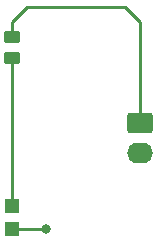
<source format=gbr>
%TF.GenerationSoftware,KiCad,Pcbnew,7.0.6*%
%TF.CreationDate,2025-06-23T03:35:23-07:00*%
%TF.ProjectId,LED Project,4c454420-5072-46f6-9a65-63742e6b6963,rev?*%
%TF.SameCoordinates,Original*%
%TF.FileFunction,Copper,L1,Top*%
%TF.FilePolarity,Positive*%
%FSLAX46Y46*%
G04 Gerber Fmt 4.6, Leading zero omitted, Abs format (unit mm)*
G04 Created by KiCad (PCBNEW 7.0.6) date 2025-06-23 03:35:23*
%MOMM*%
%LPD*%
G01*
G04 APERTURE LIST*
G04 Aperture macros list*
%AMRoundRect*
0 Rectangle with rounded corners*
0 $1 Rounding radius*
0 $2 $3 $4 $5 $6 $7 $8 $9 X,Y pos of 4 corners*
0 Add a 4 corners polygon primitive as box body*
4,1,4,$2,$3,$4,$5,$6,$7,$8,$9,$2,$3,0*
0 Add four circle primitives for the rounded corners*
1,1,$1+$1,$2,$3*
1,1,$1+$1,$4,$5*
1,1,$1+$1,$6,$7*
1,1,$1+$1,$8,$9*
0 Add four rect primitives between the rounded corners*
20,1,$1+$1,$2,$3,$4,$5,0*
20,1,$1+$1,$4,$5,$6,$7,0*
20,1,$1+$1,$6,$7,$8,$9,0*
20,1,$1+$1,$8,$9,$2,$3,0*%
G04 Aperture macros list end*
%TA.AperFunction,SMDPad,CuDef*%
%ADD10RoundRect,0.250000X-0.450000X0.262500X-0.450000X-0.262500X0.450000X-0.262500X0.450000X0.262500X0*%
%TD*%
%TA.AperFunction,SMDPad,CuDef*%
%ADD11R,1.200000X1.200000*%
%TD*%
%TA.AperFunction,ComponentPad*%
%ADD12RoundRect,0.250000X-0.845000X0.620000X-0.845000X-0.620000X0.845000X-0.620000X0.845000X0.620000X0*%
%TD*%
%TA.AperFunction,ComponentPad*%
%ADD13O,2.190000X1.740000*%
%TD*%
%TA.AperFunction,ViaPad*%
%ADD14C,0.800000*%
%TD*%
%TA.AperFunction,Conductor*%
%ADD15C,0.250000*%
%TD*%
G04 APERTURE END LIST*
D10*
%TO.P,R1,1*%
%TO.N,+3.3V*%
X104140000Y-87200000D03*
%TO.P,R1,2*%
%TO.N,/DIODE*%
X104140000Y-89025000D03*
%TD*%
D11*
%TO.P,D1,A,Anode*%
%TO.N,/DIODE*%
X104140000Y-101500000D03*
%TO.P,D1,C,Cathode*%
%TO.N,GND*%
X104140000Y-103500000D03*
%TD*%
D12*
%TO.P,J1,1,Pin_1*%
%TO.N,+3.3V*%
X115000000Y-94500000D03*
D13*
%TO.P,J1,2,Pin_2*%
%TO.N,GND*%
X115000000Y-97040000D03*
%TD*%
D14*
%TO.N,GND*%
X107000000Y-103500000D03*
%TD*%
D15*
%TO.N,/DIODE*%
X104140000Y-89500000D02*
X104140000Y-101500000D01*
%TO.N,GND*%
X104140000Y-103500000D02*
X107000000Y-103500000D01*
%TO.N,+3.3V*%
X115000000Y-94500000D02*
X115000000Y-86000000D01*
X115000000Y-86000000D02*
X113700000Y-84700000D01*
X104140000Y-85960000D02*
X104140000Y-87200000D01*
X113700000Y-84700000D02*
X105400000Y-84700000D01*
X105400000Y-84700000D02*
X104140000Y-85960000D01*
%TD*%
M02*

</source>
